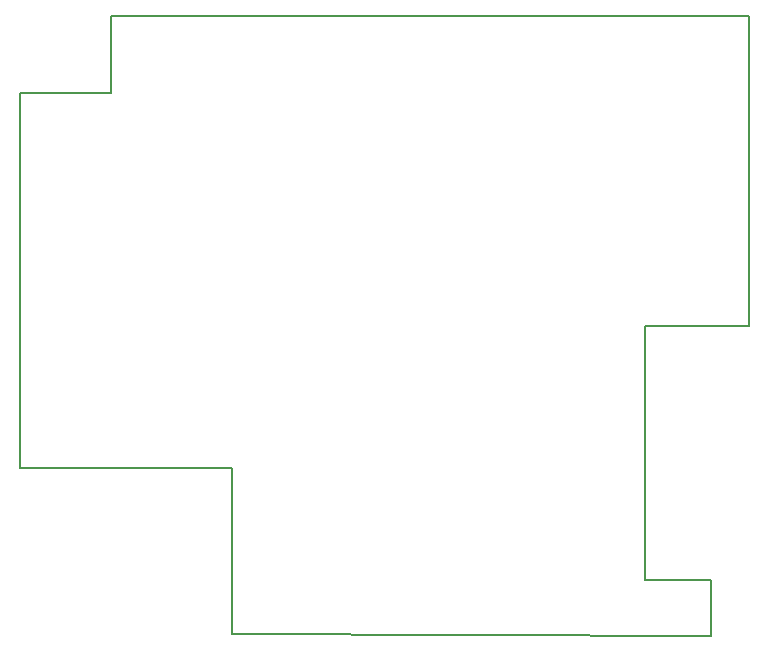
<source format=gm1>
G04 MADE WITH FRITZING*
G04 WWW.FRITZING.ORG*
G04 DOUBLE SIDED*
G04 HOLES PLATED*
G04 CONTOUR ON CENTER OF CONTOUR VECTOR*
%ASAXBY*%
%FSLAX23Y23*%
%MOIN*%
%OFA0B0*%
%SFA1.0B1.0*%
%ADD10C,0.008*%
%LNCONTOUR*%
G90*
G70*
G54D10*
X2435Y1038D02*
X2435Y2071D01*
X310Y2071D01*
X310Y1815D01*
X4Y1815D01*
X4Y565D01*
X713Y565D01*
X713Y10D01*
X2310Y4D01*
X2310Y190D01*
X2088Y190D01*
X2088Y1038D01*
X2435Y1038D01*
D02*
G04 End of contour*
M02*
</source>
